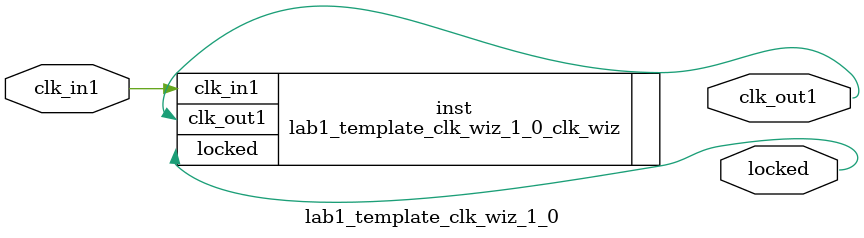
<source format=v>


`timescale 1ps/1ps

(* CORE_GENERATION_INFO = "lab1_template_clk_wiz_1_0,clk_wiz_v5_3_1,{component_name=lab1_template_clk_wiz_1_0,use_phase_alignment=true,use_min_o_jitter=false,use_max_i_jitter=false,use_dyn_phase_shift=false,use_inclk_switchover=false,use_dyn_reconfig=false,enable_axi=0,feedback_source=FDBK_AUTO,PRIMITIVE=MMCM,num_out_clk=1,clkin1_period=10.0,clkin2_period=10.0,use_power_down=false,use_reset=false,use_locked=true,use_inclk_stopped=false,feedback_type=SINGLE,CLOCK_MGR_TYPE=NA,manual_override=false}" *)

module lab1_template_clk_wiz_1_0 
 (
 // Clock in ports
  input         clk_in1,
  // Clock out ports
  output        clk_out1,
  // Status and control signals
  output        locked
 );

  lab1_template_clk_wiz_1_0_clk_wiz inst
  (
 // Clock in ports
  .clk_in1(clk_in1),
  // Clock out ports  
  .clk_out1(clk_out1),
  // Status and control signals               
  .locked(locked)            
  );

endmodule

</source>
